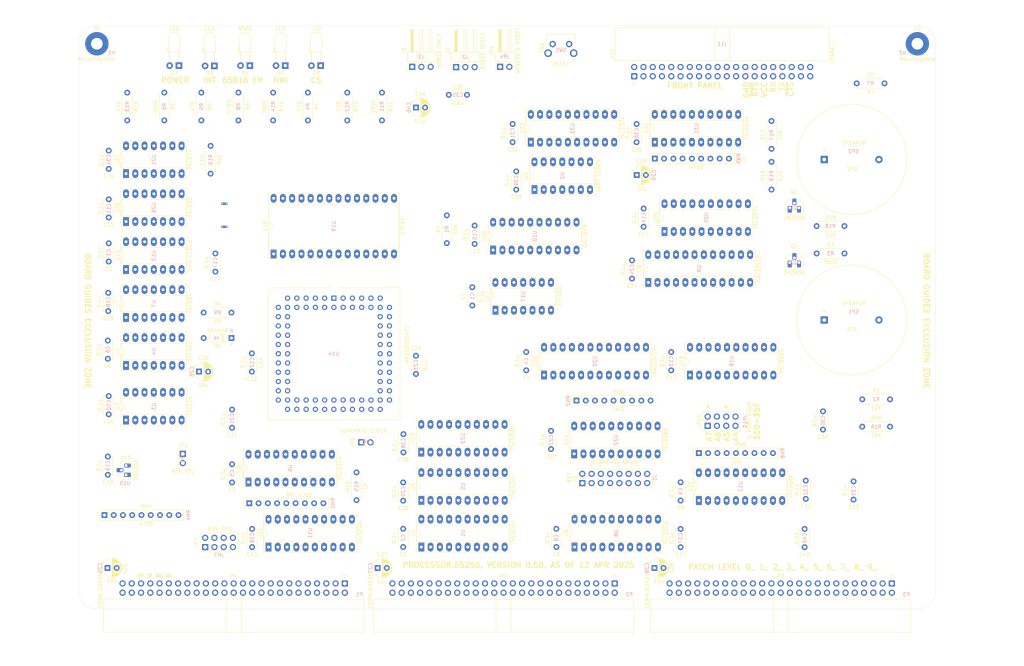
<source format=kicad_pcb>
(kicad_pcb (version 20211014) (generator pcbnew)
  (title_block (title "DUODYNE 65256 PROCESSOR") (date "2025-04-12") (rev "v0.50"))
  (layers (0 "F.Cu" signal) (31 "B.Cu" signal) (34 "B.Paste" user) (35 "F.Paste" user) (36 "B.SilkS" user "B.Silkscreen") (37 "F.SilkS" user "F.Silkscreen") (38 "B.Mask" user) (39 "F.Mask" user) (44 "Edge.Cuts" user))
  (net 0 "")
  (net 1 "GND")
  (net 2 "VCC")
  (net 3 "Net-(D2-Pad1)")
  (net 4 "Net-(D4-Pad2)")
  (net 7 "Net-(Q1-Pad2)")
  (net 8 "Net-(Q1-Pad3)")
  (net 9 "Net-(D2-Pad2)")
  (net 10 "~{WAIT}")
  (net 11 "~{INT0}")
  (net 12 "~{TEND1}")
  (net 13 "~{TEND0}")
  (net 14 "~{DREQ1}")
  (net 15 "~{DREQ0}")
  (net 16 "Net-(D3-Pad1)")
  (net 17 "-12V")
  (net 18 "Net-(D3-Pad2)")
  (net 19 "Net-(D6-Pad2)")
  (net 20 "~{BUSRQ}")
  (net 21 "/bus/CRUCLK")
  (net 22 "~{NMI}")
  (net 23 "CLK")
  (net 24 "Net-(U13-Pad11)")
  (net 25 "~{M1}")
  (net 26 "~{MREQ}")
  (net 27 "~{IORQ}")
  (net 28 "~{WR}")
  (net 29 "~{RD}")
  (net 30 "A0")
  (net 31 "A1")
  (net 32 "A2")
  (net 33 "A3")
  (net 34 "A4")
  (net 35 "A5")
  (net 36 "A6")
  (net 37 "A7")
  (net 38 "A8")
  (net 39 "A9")
  (net 40 "A10")
  (net 41 "A11")
  (net 42 "A12")
  (net 43 "A13")
  (net 44 "A14")
  (net 45 "A15")
  (net 46 "+12V")
  (net 47 "D0")
  (net 48 "D1")
  (net 49 "D2")
  (net 50 "D3")
  (net 51 "D4")
  (net 52 "D5")
  (net 53 "D6")
  (net 54 "D7")
  (net 55 "Net-(Q2-Pad2)")
  (net 56 "Net-(D7-Pad2)")
  (net 57 "Net-(Q2-Pad3)")
  (net 58 "Net-(D9-Pad2)")
  (net 59 "TONEGEN0")
  (net 60 "TONEGEN1")
  (net 61 "ONE")
  (net 62 "ZERO")
  (net 63 "Net-(D9-Pad1)")
  (net 64 "Net-(R9-Pad1)")
  (net 65 "Net-(R16-Pad1)")
  (net 66 "Net-(R17-Pad1)")
  (net 67 "Net-(JP7-Pad7)")
  (net 68 "Net-(JP7-Pad5)")
  (net 69 "Net-(JP7-Pad3)")
  (net 70 "Net-(JP7-Pad1)")
  (net 72 "Net-(J11-Pad19)")
  (net 73 "Net-(J11-Pad17)")
  (net 74 "Net-(J11-Pad15)")
  (net 75 "TIMER-CLK")
  (net 80 "~{CPU-IORQ}")
  (net 83 "CPU-R~{W}")
  (net 84 "CPU-A1")
  (net 85 "CPU-A0")
  (net 87 "~{CPU-WAIT}")
  (net 88 "~{CPU-M1}")
  (net 89 "~{CPU-WR}")
  (net 90 "~{CPU-RD}")
  (net 91 "~{CPU-MREQ}")
  (net 92 "Net-(U14-Pad47)")
  (net 93 "DATA-DIR")
  (net 95 "~{FP-LATCH-RD}")
  (net 97 "FP-LATCH-WR")
  (net 99 "bCLK")
  (net 100 "/bus/~{RFSH}")
  (net 101 "/bus/~{EIRQ7}")
  (net 102 "/bus/~{EIRQ6}")
  (net 103 "/fpanel/FP-D7")
  (net 104 "/fpanel/FP-D6")
  (net 105 "/fpanel/FP-D5")
  (net 106 "/fpanel/FP-D4")
  (net 107 "/fpanel/FP-D3")
  (net 108 "/fpanel/FP-D2")
  (net 109 "/fpanel/FP-D1")
  (net 110 "/fpanel/FP-D0")
  (net 111 "CPU-A3")
  (net 112 "CPU-A4")
  (net 113 "CPU-A2")
  (net 114 "CPU-A5")
  (net 115 "CPU-A6")
  (net 116 "CPU-A7")
  (net 117 "/bus/~{EIRQ5}")
  (net 118 "CPU-A11")
  (net 119 "CPU-A12")
  (net 120 "CPU-A10")
  (net 121 "CPU-A13")
  (net 122 "CPU-A9")
  (net 123 "CPU-A14")
  (net 124 "CPU-A8")
  (net 125 "CPU-A15")
  (net 126 "~{CPU-NMI}")
  (net 127 "~{CPU-INT}")
  (net 129 "CPU-D1")
  (net 130 "CPU-D7")
  (net 131 "CPU-D6")
  (net 132 "CPU-D3")
  (net 133 "CPU-D0")
  (net 134 "CPU-D2")
  (net 135 "CPU-D5")
  (net 136 "CPU-D4")
  (net 137 "Net-(JP10-Pad8)")
  (net 138 "Net-(JP10-Pad6)")
  (net 139 "Net-(JP10-Pad4)")
  (net 140 "Net-(JP10-Pad2)")
  (net 141 "A16")
  (net 142 "A17")
  (net 143 "A18")
  (net 144 "A19")
  (net 145 "A20")
  (net 146 "A21")
  (net 147 "/bus/~{EIRQ4}")
  (net 148 "/bus/~{EIRQ3}")
  (net 149 "Net-(P1-Pad40)")
  (net 150 "/bus/~{EIRQ2}")
  (net 151 "/bus/~{EIRQ1}")
  (net 152 "Net-(P1-Pad44)")
  (net 153 "/bus/~{EIRQ0}")
  (net 154 "A23")
  (net 155 "A22")
  (net 159 "CPU-A21")
  (net 160 "Net-(RN8-Pad6)")
  (net 161 "~{CS_IO}")
  (net 163 "Net-(U10-Pad6)")
  (net 166 "CPU-A16")
  (net 167 "CPU-A17")
  (net 169 "CPU-A18")
  (net 170 "CPU-A19")
  (net 171 "CPU-A22")
  (net 172 "CPU-A20")
  (net 173 "/bus/E")
  (net 174 "/bus/ST")
  (net 175 "/bus/PHI")
  (net 176 "/bus/~{INT2}")
  (net 177 "/bus/~{INT1}")
  (net 178 "~{RES_IN}")
  (net 179 "/bus/CRUOUT")
  (net 180 "/bus/CRUIN")
  (net 181 "~{RES_OUT}")
  (net 182 "/bus/USER8")
  (net 183 "/bus/USER7")
  (net 184 "/bus/USER6")
  (net 185 "/bus/USER5")
  (net 186 "/bus/USER4")
  (net 187 "/bus/USER3")
  (net 188 "/bus/USER2")
  (net 189 "/bus/USER1")
  (net 190 "/bus/USER0")
  (net 191 "~{ONBOARD_ROM}")
  (net 192 "I2C_SDA")
  (net 193 "/bus/A31")
  (net 194 "/bus/A30")
  (net 195 "/bus/A29")
  (net 196 "/bus/A28")
  (net 197 "/bus/A27")
  (net 198 "/bus/A26")
  (net 199 "/bus/A25")
  (net 200 "/bus/A24")
  (net 201 "~{OFFBOARD_MEM}")
  (net 202 "/bus/IC3")
  (net 203 "/bus/IC2")
  (net 204 "/bus/IC1")
  (net 205 "/bus/IC0")
  (net 206 "/bus/AUXCLK1")
  (net 207 "/bus/AUXCLK0")
  (net 208 "/bus/D15")
  (net 209 "/bus/D31")
  (net 210 "/bus/D14")
  (net 211 "/bus/D30")
  (net 212 "/bus/D13")
  (net 213 "/bus/D29")
  (net 214 "/bus/D12")
  (net 215 "/bus/D28")
  (net 216 "/bus/D11")
  (net 217 "/bus/D27")
  (net 218 "/bus/D10")
  (net 219 "/bus/D26")
  (net 220 "/bus/D9")
  (net 221 "/bus/D25")
  (net 222 "/bus/D8")
  (net 223 "/bus/D24")
  (net 224 "/bus/D23")
  (net 225 "/bus/D22")
  (net 226 "/bus/D21")
  (net 227 "/bus/D20")
  (net 228 "/bus/D19")
  (net 229 "/bus/D18")
  (net 230 "/bus/D17")
  (net 231 "/bus/D16")
  (net 232 "/bus/~{BUSERR}")
  (net 233 "/bus/UDS")
  (net 234 "/bus/~{VPA}")
  (net 235 "/bus/LDS")
  (net 236 "/bus/~{VMA}")
  (net 237 "/bus/S2")
  (net 238 "/bus/~{BHE}")
  (net 239 "/bus/S1")
  (net 240 "/bus/IPL2")
  (net 241 "/bus/S0")
  (net 242 "/bus/IPL1")
  (net 243 "/bus/AUXCLK3")
  (net 244 "/bus/IPL0")
  (net 245 "/bus/AUXCLK2")
  (net 246 "I2C_SCL")
  (net 258 "Net-(D4-Pad1)")
  (net 259 "65816RST")
  (net 260 "CPU-A23")
  (net 265 "Net-(J1-Pad2)")
  (net 277 "Net-(R10-Pad1)")
  (net 278 "RX")
  (net 279 "TX")
  (net 280 "~{EXT_RES}")
  (net 281 "Net-(J11-Pad5)")
  (net 282 "Net-(J11-Pad7)")
  (net 283 "Net-(J11-Pad9)")
  (net 284 "Net-(J11-Pad11)")
  (net 285 "Net-(J11-Pad13)")
  (net 286 "Net-(J1-Pad4)")
  (net 287 "Net-(J1-Pad6)")
  (net 288 "Net-(J1-Pad8)")
  (net 289 "65816EN")
  (net 290 "~{65816EN}")
  (net 291 "~{65816ACTIVE}")
  (net 292 "65TOGGLE")
  (net 293 "~{CS_I2C_WR}")
  (net 294 "Net-(JP3-Pad1)")
  (net 296 "Net-(U25-Pad2)")
  (net 297 "/bus/~{BUSACK}")
  (net 298 "/bus/~{HALT}")
  (net 301 "Net-(J1-Pad10)")
  (net 302 "Net-(J1-Pad12)")
  (net 303 "Net-(J1-Pad14)")
  (net 304 "Net-(J1-Pad16)")
  (net 305 "Net-(U22-Pad19)")
  (net 310 "~{ENABLEINT}")
  (net 311 "HIMEM")
  (net 315 "OPTION_LATCH")
  (net 316 "O_1")
  (net 317 "O_2")
  (net 318 "O_3")
  (net 319 "O_4")
  (net 320 "O_5")
  (net 321 "O_6")
  (net 324 "Net-(U26-Pad4)")
  (net 326 "Net-(U26-Pad10)")
  (net 392 "~{CS_I2C}")
  (net 393 "Net-(U20-Pad13)")
  (footprint "Connector_IDC:IDC-Header_2x25_P2.54mm_Horizontal" (layer "F.Cu") (at 108 223 -90)
    (fp_text reference "P1")
    (fp_text value "CONN_02X25")
  )
  (footprint "Capacitor_THT:C_Disc_D5.0mm_W2.5mm_P5.00mm" (layer "F.Cu") (at 124 208 -90)
    (fp_text reference "C2")
    (fp_text value "0.1u")
  )
  (footprint "Capacitor_THT:C_Disc_D5.0mm_W2.5mm_P5.00mm" (layer "F.Cu") (at 43.255 129.71 -90)
    (fp_text reference "C3")
    (fp_text value "0.1u")
  )
  (footprint "Capacitor_THT:C_Disc_D5.0mm_W2.5mm_P5.00mm" (layer "F.Cu") (at 157.75 159.55 -90)
    (fp_text reference "C4")
    (fp_text value "0.1u")
  )
  (footprint "Capacitor_THT:C_Disc_D5.0mm_W2.5mm_P5.00mm" (layer "F.Cu") (at 77.075 190.3 -90)
    (fp_text reference "C5")
    (fp_text value "0.1u")
  )
  (footprint "Capacitor_THT:C_Disc_D5.0mm_W2.5mm_P5.00mm" (layer "F.Cu") (at 43 156.38 -90)
    (fp_text reference "C6")
    (fp_text value "0.1u")
  )
  (footprint "Capacitor_THT:C_Disc_D5.0mm_W2.5mm_P5.00mm" (layer "F.Cu") (at 166 208 -90)
    (fp_text reference "C8")
    (fp_text value "0.1u")
  )
  (footprint "Capacitor_THT:C_Disc_D5.0mm_W2.5mm_P5.00mm" (layer "F.Cu") (at 200.075 195.25 -90)
    (fp_text reference "C9")
    (fp_text value "0.1u")
  )
  (footprint "Capacitor_THT:C_Disc_D5.0mm_W2.5mm_P5.00mm" (layer "F.Cu") (at 43.255 171.62 -90)
    (fp_text reference "C10")
    (fp_text value "0.1u")
  )
  (footprint "Capacitor_THT:C_Disc_D5.0mm_W2.5mm_P5.00mm" (layer "F.Cu") (at 43.255 117.645 -90)
    (fp_text reference "C11")
    (fp_text value "0.1u")
  )
  (footprint "Capacitor_THT:C_Disc_D5.0mm_W2.5mm_P5.00mm" (layer "F.Cu") (at 189.94 120.185 -90)
    (fp_text reference "C14")
    (fp_text value "0.1u")
  )
  (footprint "Capacitor_THT:C_Disc_D5.0mm_W2.5mm_P5.00mm" (layer "F.Cu") (at 143.6 124.875 -90)
    (fp_text reference "C15")
    (fp_text value "0.1u")
  )
  (footprint "Capacitor_THT:CP_Radial_D5.0mm_P2.50mm" (layer "F.Cu") (at 42.9296 218.75)
    (fp_text reference "C25")
    (fp_text value "10u")
  )
  (footprint "Capacitor_THT:CP_Radial_D5.0mm_P2.50mm" (layer "F.Cu") (at 68.0199 164.9)
    (fp_text reference "C26")
    (fp_text value "10u")
  )
  (footprint "Capacitor_THT:C_Disc_D5.0mm_W2.5mm_P5.00mm" (layer "F.Cu") (at 72.5 132.5 -90)
    (fp_text reference "C17")
    (fp_text value "0.1u")
  )
  (footprint "Capacitor_THT:C_Disc_D5.0mm_W2.5mm_P5.00mm" (layer "F.Cu") (at 124 195.3 -90)
    (fp_text reference "C20")
    (fp_text value "0.1u")
  )
  (footprint "Capacitor_THT:C_Disc_D5.0mm_W2.5mm_P5.00mm" (layer "F.Cu") (at 77.075 175.3 -90)
    (fp_text reference "C21")
    (fp_text value "0.1u")
  )
  (footprint "Capacitor_THT:C_Disc_D5.0mm_W2.5mm_P5.00mm" (layer "F.Cu") (at 164.54 181.145 -90)
    (fp_text reference "C22")
    (fp_text value "0.1u")
  )
  (footprint "Capacitor_THT:C_Disc_D5.0mm_W2.5mm_P5.00mm" (layer "F.Cu") (at 127.5 165.55 90)
    (fp_text reference "C23")
    (fp_text value "0.1u")
  )
  (footprint "Capacitor_THT:CP_Radial_D5.0mm_P2.50mm" (layer "F.Cu") (at 117 218.75)
    (fp_text reference "C27")
    (fp_text value "10u")
  )
  (footprint "Capacitor_THT:CP_Radial_D5.0mm_P2.50mm" (layer "F.Cu") (at 192.8847 218.75)
    (fp_text reference "C28")
    (fp_text value "10u")
  )
  (footprint "Capacitor_THT:CP_Radial_D5.0mm_P2.50mm" (layer "F.Cu") (at 188.0449 111)
    (fp_text reference "C29")
    (fp_text value "22u")
  )
  (footprint "LED_THT:LED_D3.0mm_Horizontal_O3.81mm_Z2.0mm" (layer "F.Cu") (at 81.94 81 180)
    (fp_text reference "D4")
    (fp_text value "6502")
  )
  (footprint "Diode_THT:D_DO-35_SOD27_P7.62mm_Horizontal" (layer "F.Cu") (at 76.91 155.705 180)
    (fp_text reference "D6")
    (fp_text value "1N4148")
  )
  (footprint "LED_THT:LED_D3.0mm_Horizontal_O3.81mm_Z2.0mm" (layer "F.Cu") (at 91.66 81 180)
    (fp_text reference "D2")
    (fp_text value "LED")
  )
  (footprint "Resistor_THT:R_Axial_DIN0207_L6.3mm_D2.5mm_P7.62mm_Horizontal" (layer "F.Cu") (at 68.655 88.395 -90)
    (fp_text reference "R5")
    (fp_text value "470")
  )
  (footprint "Resistor_THT:R_Axial_DIN0207_L6.3mm_D2.5mm_P7.62mm_Horizontal" (layer "F.Cu") (at 58.495 88.395 -90)
    (fp_text reference "R6")
    (fp_text value "3600")
  )
  (footprint "Package_DIP:DIP-14_W7.62mm_Socket_LongPads" (layer "F.Cu") (at 48 163.2 90)
    (fp_text reference "U4")
    (fp_text value "74LS07")
  )
  (footprint "Package_DIP:DIP-20_W7.62mm_Socket_LongPads" (layer "F.Cu") (at 128.975 200.2 90)
    (fp_text reference "U5")
    (fp_text value "74LS244")
  )
  (footprint "Package_DIP:DIP-20_W7.62mm_Socket_LongPads" (layer "F.Cu") (at 81.575 195.2 90)
    (fp_text reference "U6")
    (fp_text value "74LS244")
  )
  (footprint "Package_DIP:DIP-20_W7.62mm_Socket_LongPads" (layer "F.Cu") (at 171 213 90)
    (fp_text reference "U8")
    (fp_text value "74LS245")
  )
  (footprint "Package_TO_SOT_THT:TO-92L_HandSolder" (layer "F.Cu") (at 48 193.2 90)
    (fp_text reference "U15")
    (fp_text value "DS1233")
  )
  (footprint "Package_DIP:DIP-20_W7.62mm_Socket_LongPads" (layer "F.Cu") (at 128.975 213 90)
    (fp_text reference "U1")
    (fp_text value "74LS244")
  )
  (footprint "Connector_IDC:IDC-Header_2x25_P2.54mm_Horizontal" (layer "F.Cu") (at 182 223 -90)
    (fp_text reference "P2")
    (fp_text value "CONN_02X25")
  )
  (footprint "MountingHole:MountingHole_3.2mm_M3_Pad" (layer "F.Cu") (at 265 75)
    (fp_text reference "H2")
    (fp_text value "MountingHole")
  )
  (footprint "Resistor_THT:R_Array_SIP9" (layer "F.Cu") (at 81.8 201)
    (fp_text reference "RN1")
    (fp_text value "4700")
  )
  (footprint "Package_DIP:DIP-20_W7.62mm_Socket_LongPads" (layer "F.Cu") (at 87.075 213.025 90)
    (fp_text reference "U11")
    (fp_text value "74LS244")
  )
  (footprint "Capacitor_THT:C_Disc_D5.0mm_W2.5mm_P5.00mm" (layer "F.Cu") (at 43 188.2 -90)
    (fp_text reference "C19")
    (fp_text value "0.1u")
  )
  (footprint "Capacitor_THT:C_Disc_D5.0mm_W2.5mm_P5.00mm" (layer "F.Cu") (at 43.125 143.3 -90)
    (fp_text reference "C18")
    (fp_text value "0.1u")
  )
  (footprint "Capacitor_THT:C_Disc_D5.0mm_W2.5mm_P5.00mm" (layer "F.Cu") (at 82.5 159.91 -90)
    (fp_text reference "C12")
    (fp_text value "0.1u")
  )
  (footprint "Capacitor_THT:C_Disc_D5.0mm_W2.5mm_P5.00mm" (layer "F.Cu") (at 82.575 208.025 -90)
    (fp_text reference "C16")
    (fp_text value "0.1u")
  )
  (footprint "Package_DIP:DIP-14_W7.62mm_Socket_LongPads" (layer "F.Cu") (at 48 178.2 90)
    (fp_text reference "U3")
    (fp_text value "74LS14")
  )
  (footprint "MountingHole:MountingHole_3.2mm_M3_Pad" (layer "F.Cu") (at 40 75)
    (fp_text reference "H1")
    (fp_text value "MountingHole")
  )
  (footprint "LED_THT:LED_D3.0mm_Horizontal_O3.81mm_Z2.0mm" (layer "F.Cu") (at 62.5 81 180)
    (fp_text reference "D7")
    (fp_text value "LED")
  )
  (footprint "Connector_IDC:IDC-Header_2x25_P2.54mm_Horizontal" (layer "F.Cu") (at 258 223 -90)
    (fp_text reference "P3")
    (fp_text value "CONN_02X25")
  )
  (footprint "Package_DIP:DIP-14_W7.62mm_Socket_LongPads" (layer "F.Cu") (at 48 136.905 90)
    (fp_text reference "U13")
    (fp_text value "CPU CLOCK")
  )
  (footprint "Capacitor_THT:C_Disc_D5.0mm_W2.5mm_P5.00mm" (layer "F.Cu") (at 188 97 -90)
    (fp_text reference "C36")
    (fp_text value "0.1u")
  )
  (footprint "Capacitor_THT:C_Disc_D5.0mm_W2.5mm_P5.00mm" (layer "F.Cu") (at 124.075 182.05 -90)
    (fp_text reference "C38")
    (fp_text value "0.1u")
  )
  (footprint "Capacitor_THT:CP_Radial_D5.0mm_P2.50mm" (layer "F.Cu") (at 127.5 92.5)
    (fp_text reference "C46")
    (fp_text value "47uF")
  )
  (footprint "Package_DIP:DIP-28_W15.24mm_Socket_LongPads" (layer "F.Cu") (at 88.475 132.625 90)
    (fp_text reference "U19")
    (fp_text value "27C64")
  )
  (footprint "Package_DIP:DIP-14_W7.62mm_Socket_LongPads" (layer "F.Cu") (at 48 150.0525 90)
    (fp_text reference "U7")
    (fp_text value "74LS04")
  )
  (footprint "LED_THT:LED_D3.0mm_Horizontal_O3.81mm_Z2.0mm" (layer "F.Cu") (at 101.38 81 180)
    (fp_text reference "D9")
    (fp_text value "LED")
  )
  (footprint "Connector_PinHeader_2.54mm:PinHeader_2x04_P2.54mm_Vertical" (layer "F.Cu") (at 69.7 213.025 90)
    (fp_text reference "JP7")
    (fp_text value "BUS CPU")
  )
  (footprint "Resistor_THT:R_Array_SIP9" (layer "F.Cu") (at 42.075 204.25)
    (fp_text reference "RN4")
    (fp_text value "4700")
  )
  (footprint "Connector_IDC:IDC-Header_2x20_P2.54mm_Horizontal" (layer "F.Cu") (at 187.35 83.9175 90)
    (fp_text reference "J11")
    (fp_text value "FPANEL")
  )
  (footprint "Resistor_THT:R_Array_SIP9" (layer "F.Cu") (at 193 106.5)
    (fp_text reference "RN5")
    (fp_text value "4700")
  )
  (footprint "Package_DIP:DIP-20_W7.62mm_Socket_LongPads" (layer "F.Cu") (at 193 102 90)
    (fp_text reference "U31")
    (fp_text value "74LS244")
  )
  (footprint "Package_DIP:DIP-20_W7.62mm_Socket_LongPads" (layer "F.Cu") (at 159 102 90)
    (fp_text reference "U33")
    (fp_text value "74LS374")
  )
  (footprint "Package_DIP:DIP-24_W7.62mm_Socket_LongPads" (layer "F.Cu") (at 162.63 165.855 90)
    (fp_text reference "U20")
    (fp_text value "GAL22V10")
  )
  (footprint "Capacitor_THT:C_Disc_D5.0mm_W2.5mm_P5.00mm" (layer "F.Cu") (at 200.075 208.05 -90)
    (fp_text reference "C37")
    (fp_text value "0.1u")
  )
  (footprint "Connector_PinHeader_2.54mm:PinHeader_2x04_P2.54mm_Vertical" (layer "F.Cu") (at 207.5 179.775 90)
    (fp_text reference "JP10")
    (fp_text value "IO PORT ADDR")
  )
  (footprint "Resistor_THT:R_Array_SIP9" (layer "F.Cu") (at 205.075 187.25)
    (fp_text reference "RN8")
    (fp_text value "10K")
  )
  (footprint "Package_DIP:DIP-24_W7.62mm_Socket_LongPads" (layer "F.Cu") (at 191.205 140.455 90)
    (fp_text reference "U9")
    (fp_text value "GAL22V10")
  )
  (footprint "Package_DIP:DIP-20_W7.62mm_Socket_LongPads" (layer "F.Cu") (at 148.67 131.565 90)
    (fp_text reference "U10")
    (fp_text value "GAL16V8")
  )
  (footprint "Package_DIP:DIP-20_W7.62mm_Socket_LongPads" (layer "F.Cu") (at 205.075 200.25 90)
    (fp_text reference "U12")
    (fp_text value "74LS688")
  )
  (footprint "Package_DIP:DIP-20_W7.62mm_Socket_LongPads" (layer "F.Cu") (at 128.95 187 90)
    (fp_text reference "U23")
    (fp_text value "74LS244")
  )
  (footprint "Capacitor_THT:C_Disc_D5.0mm_W2.5mm_P5.00mm" (layer "F.Cu") (at 239.125 175.8 -90)
    (fp_text reference "C30")
    (fp_text value "0.1u")
  )
  (footprint "Capacitor_THT:C_Disc_D5.0mm_W2.5mm_P5.00mm" (layer "F.Cu") (at 154 97 -90)
    (fp_text reference "C31")
    (fp_text value "0.1u")
  )
  (footprint "Capacitor_THT:C_Disc_D5.0mm_W2.5mm_P5.00mm" (layer "F.Cu") (at 234.39 194.8 -90)
    (fp_text reference "C32")
    (fp_text value "0.1u")
  )
  (footprint "Capacitor_THT:C_Disc_D5.0mm_W2.5mm_P5.00mm" (layer "F.Cu") (at 247.5 195 -90)
    (fp_text reference "C33")
    (fp_text value "0.1u")
  )
  (footprint "Capacitor_THT:C_Disc_D5.0mm_W2.5mm_P5.00mm" (layer "F.Cu") (at 43.255 104.31 -90)
    (fp_text reference "C34")
    (fp_text value "0.1u")
  )
  (footprint "Capacitor_THT:C_Disc_D5.0mm_W2.5mm_P5.00mm" (layer "F.Cu") (at 136.5 89)
    (fp_text reference "C35")
    (fp_text value "0.1u")
  )
  (footprint "Package_LCC:PLCC-84_THT-Socket" (layer "F.Cu") (at 105 144.76)
    (fp_text reference "U14")
    (fp_text value "W65C265SxPL")
  )
  (footprint "Package_DIP:DIP-14_W7.62mm_Socket_LongPads" (layer "F.Cu") (at 160 115 90)
    (fp_text reference "U2")
    (fp_text value "UART CLOCK")
  )
  (footprint "LED_THT:LED_D3.0mm_Horizontal_O3.81mm_Z2.0mm" (layer "F.Cu") (at 72.22 81.065 180)
    (fp_text reference "D3")
    (fp_text value "LED")
  )
  (footprint "Resistor_THT:R_Axial_DIN0207_L6.3mm_D2.5mm_P7.62mm_Horizontal" (layer "F.Cu") (at 97.865 88.395 -90)
    (fp_text reference "R4")
    (fp_text value "470")
  )
  (footprint "Button_Switch_THT:SW_Tactile_SPST_Angled_PTS645Vx58-2LFS" (layer "F.Cu") (at 165 75.0875)
    (fp_text reference "SW1")
    (fp_text value "RESET")
  )
  (footprint "Capacitor_THT:C_Disc_D5.0mm_W2.5mm_P5.00mm" (layer "F.Cu") (at 155 110 -90)
    (fp_text reference "C39")
    (fp_text value "0.1u")
  )
  (footprint "Resistor_THT:R_Axial_DIN0207_L6.3mm_D2.5mm_P7.62mm_Horizontal" (layer "F.Cu") (at 135.965 129.67 90)
    (fp_text reference "R1")
    (fp_text value "10K")
  )
  (footprint "Package_DIP:DIP-20_W7.62mm_Socket_LongPads" (layer "F.Cu") (at 202.64 165.865 90)
    (fp_text reference "U18")
    (fp_text value "PCF8584")
  )
  (footprint "Capacitor_THT:C_Disc_D5.0mm_W2.5mm_P5.00mm" (layer "F.Cu") (at 197.5 159.55 -90)
    (fp_text reference "C13")
    (fp_text value "0.1u")
  )
  (footprint "Capacitor_THT:C_Disc_D5.0mm_W2.5mm_P5.00mm" (layer "F.Cu") (at 186.75 134.4 -90)
    (fp_text reference "C24")
    (fp_text value "0.1u")
  )
  (footprint "NetTie:NetTie-2_THT_Pad0.3mm" (layer "F.Cu") (at 74.37 118.875)
    (fp_text reference "NT3")
    (fp_text value "NetTie_2")
  )
  (footprint "Resistor_THT:R_Axial_DIN0207_L6.3mm_D2.5mm_P7.62mm_Horizontal" (layer "F.Cu") (at 78.815 96.015 90)
    (fp_text reference "R8")
    (fp_text value "470Ω")
  )
  (footprint "Connector_PinHeader_2.54mm:PinHeader_1x02_P2.54mm_Horizontal" (layer "F.Cu") (at 150.565 81.34 90)
    (fp_text reference "JP4")
    (fp_text value "GENERATE RESET")
  )
  (footprint "Connector_PinHeader_2.54mm:PinHeader_1x02_P2.54mm_Vertical" (layer "F.Cu") (at 112.5 184.3 90)
    (fp_text reference "JP3")
    (fp_text value "GENERATE CLOCK")
  )
  (footprint "NetTie:NetTie-2_THT_Pad0.3mm" (layer "F.Cu") (at 74.37 125.225)
    (fp_text reference "NT4")
    (fp_text value "NetTie_2")
  )
  (footprint "Package_DIP:DIP-20_W7.62mm_Socket_LongPads" (layer "F.Cu") (at 170.895 187.445 90)
    (fp_text reference "U22")
    (fp_text value "74LS688")
  )
  (footprint "Resistor_THT:R_Axial_DIN0207_L6.3mm_D2.5mm_P7.62mm_Horizontal" (layer "F.Cu") (at 108.66 88.395 -90)
    (fp_text reference "R12")
    (fp_text value "470")
  )
  (footprint "Resistor_THT:R_Axial_DIN0207_L6.3mm_D2.5mm_P7.62mm_Horizontal" (layer "F.Cu") (at 225 115 90)
    (fp_text reference "R19")
    (fp_text value "120")
  )
  (footprint "Connector_PinHeader_2.54mm:PinHeader_1x02_P2.54mm_Vertical" (layer "F.Cu") (at 63.575 187.455)
    (fp_text reference "JP1")
    (fp_text value "RES SEL")
  )
  (footprint "Resistor_THT:R_Axial_DIN0207_L6.3mm_D2.5mm_P7.62mm_Horizontal" (layer "F.Cu") (at 225 103.81 90)
    (fp_text reference "R17")
    (fp_text value "10K")
  )
  (footprint "Resistor_THT:R_Axial_DIN0207_L6.3mm_D2.5mm_P7.62mm_Horizontal" (layer "F.Cu") (at 237.38 132.5)
    (fp_text reference "R3")
    (fp_text value "3600")
  )
  (footprint "Package_DIP:DIP-14_W7.62mm_Socket_LongPads" (layer "F.Cu") (at 48 123.7575 90)
    (fp_text reference "U26")
    (fp_text value "74LS32")
  )
  (footprint "Resistor_THT:R_Axial_DIN0207_L6.3mm_D2.5mm_P7.62mm_Horizontal" (layer "F.Cu") (at 237.38 125)
    (fp_text reference "R18")
    (fp_text value "120")
  )
  (footprint "Connector_PinHeader_2.54mm:PinHeader_1x03_P2.54mm_Horizontal" (layer "F.Cu") (at 126.455 81.34 90)
    (fp_text reference "J3")
    (fp_text value "65816 ONLY")
  )
  (footprint "Package_DIP:DIP-14_W7.62mm_Socket_LongPads" (layer "F.Cu") (at 149.295 148.075 90)
    (fp_text reference "U17")
    (fp_text value "74LS00")
  )
  (footprint "Connector_PinHeader_2.54mm:PinHeader_2x08_P2.54mm_Vertical" (layer "F.Cu") (at 173.125 195.475 90)
    (fp_text reference "J1")
    (fp_text value "IO Address Select")
  )
  (footprint "Resistor_THT:R_Axial_DIN0207_L6.3mm_D2.5mm_P7.62mm_Horizontal" (layer "F.Cu") (at 118.185 88.395 -90)
    (fp_text reference "R11")
    (fp_text value "1800")
  )
  (footprint "Capacitor_THT:C_Disc_D5.0mm_W2.5mm_P5.00mm" (layer "F.Cu") (at 234.075 208.05 -90)
    (fp_text reference "C40")
    (fp_text value "0.1u")
  )
  (footprint "Resistor_THT:R_Axial_DIN0207_L6.3mm_D2.5mm_P7.62mm_Horizontal" (layer "F.Cu") (at 71.195 103 -90)
    (fp_text reference "R10")
    (fp_text value "1KΩ")
  )
  (footprint "CUSTOM:JAMECO SPEAKER" (layer "F.Cu") (at 247.5 105)
    (fp_text reference "SP2")
    (fp_text value "SPEAKER")
  )
  (footprint "Resistor_THT:R_Axial_DIN0207_L6.3mm_D2.5mm_P7.62mm_Horizontal" (layer "F.Cu") (at 255.98 85.855 180)
    (fp_text reference "R7")
    (fp_text value "10")
  )
  (footprint "Resistor_THT:R_Axial_DIN0207_L6.3mm_D2.5mm_P7.62mm_Horizontal" (layer "F.Cu") (at 88.34 88.395 -90)
    (fp_text reference "R14")
    (fp_text value "1800")
  )
  (footprint "Resistor_THT:R_Axial_DIN0207_L6.3mm_D2.5mm_P7.62mm_Horizontal" (layer "F.Cu") (at 249.88 172.5)
    (fp_text reference "R2")
    (fp_text value "10K")
  )
  (footprint "Package_TO_SOT_THT:TO-92_HandSolder" (layer "F.Cu") (at 230 120)
    (fp_text reference "Q1")
    (fp_text value "2N3906")
  )
  (footprint "Resistor_THT:R_Axial_DIN0207_L6.3mm_D2.5mm_P7.62mm_Horizontal" (layer "F.Cu") (at 76.91 148.72 180)
    (fp_text reference "R9")
    (fp_text value "3K")
  )
  (footprint "Resistor_THT:R_Axial_DIN0207_L6.3mm_D2.5mm_P7.62mm_Horizontal" (layer "F.Cu") (at 111.2 200.155 90)
    (fp_text reference "R15")
    (fp_text value "1K")
  )
  (footprint "CUSTOM:JAMECO SPEAKER" (layer "F.Cu") (at 247.5 149)
    (fp_text reference "SP1")
    (fp_text value "SPEAKER")
  )
  (footprint "Resistor_THT:R_Axial_DIN0207_L6.3mm_D2.5mm_P7.62mm_Horizontal" (layer "F.Cu") (at 48.335 88.395 -90)
    (fp_text reference "R13")
    (fp_text value "470")
  )
  (footprint "Resistor_THT:R_Axial_DIN0207_L6.3mm_D2.5mm_P7.62mm_Horizontal" (layer "F.Cu") (at 249.88 180)
    (fp_text reference "R16")
    (fp_text value "10K")
  )
  (footprint "Package_DIP:DIP-20_W7.62mm_Socket_LongPads" (layer "F.Cu") (at 195.66 126.485 90)
    (fp_text reference "U25")
    (fp_text value "74LS374")
  )
  (footprint "Resistor_THT:R_Array_SIP9" (layer "F.Cu") (at 171.525 172.85)
    (fp_text reference "RN2")
    (fp_text value "1KΩ")
  )
  (footprint "Capacitor_THT:C_Disc_D5.0mm_W2.5mm_P5.00mm" (layer "F.Cu") (at 142.95 146.775 90)
    (fp_text reference "C1")
    (fp_text value "0.1u")
  )
  (footprint "Package_DIP:DIP-14_W7.62mm_Socket_LongPads" (layer "F.Cu") (at 48 110.61 90)
    (fp_text reference "U21")
    (fp_text value "74LS74")
  )
  (footprint "Connector_PinHeader_2.54mm:PinHeader_1x03_P2.54mm_Horizontal" (layer "F.Cu") (at 138.505 81.41 90)
    (fp_text reference "J2")
    (fp_text value "65816 RESET")
  )
  (footprint "Package_TO_SOT_THT:TO-92_HandSolder" (layer "F.Cu") (at 230 135)
    (fp_text reference "Q2")
    (fp_text value "2N3906")
  )
  (gr_line (start 35 75) (end 35 225) (layer "Edge.Cuts") (width 0.05))
  (gr_line (start 40 230) (end 265 230) (layer "Edge.Cuts") (width 0.05))
  (gr_line (start 270 225) (end 270 75) (layer "Edge.Cuts") (width 0.05))
  (gr_line (start 265 70) (end 40 70) (layer "Edge.Cuts") (width 0.05))
  (gr_arc (start 270 225) (mid 268.535534 228.535534) (end 265 230) (layer "Edge.Cuts") (width 0.05))
  (gr_arc (start 40 230) (mid 36.464466 228.535534) (end 35 225) (layer "Edge.Cuts") (width 0.05))
  (gr_arc (start 35 75) (mid 36.464466 71.464466) (end 40 70) (layer "Edge.Cuts") (width 0.05))
  (gr_arc (start 265 70) (mid 268.535534 71.464466) (end 270 75) (layer "Edge.Cuts") (width 0.05))
  (gr_text "BOARD GUIDES EXCLUSION ZONE" (at 37.5 151 -90) (layer "F.SilkS") (effects (font (size 1.5 1.5) (thickness 0.3))))
  (gr_text "CS" (at 100.13 85) (layer "F.SilkS") (effects (font (size 1.5 1.5) (thickness 0.3))))
  (gr_text "A7\nA6\nA5\nA4" (at 211.5 182.75 90) (layer "F.SilkS") (effects (font (size 1.5 1.5) (thickness 0.3))))
  (gr_text "~{IEI}" (at 54.558 221) (layer "F.SilkS") (effects (font (size 0.7 0.7) (thickness 0.175))))
  (gr_text "~{BAO}" (at 57.098 221) (layer "F.SilkS") (effects (font (size 0.7 0.7) (thickness 0.175))))
  (gr_text "~{BAI}" (at 59.638 221) (layer "F.SilkS") (effects (font (size 0.7 0.7) (thickness 0.175))))
  (gr_text "POWER" (at 61.5 85) (layer "F.SilkS") (effects (font (size 1.5 1.5) (thickness 0.3))))
  (gr_text "BOARD GUIDES EXCLUSION ZONE" (at 267.5 151 -90) (layer "F.SilkS") (effects (font (size 1.5 1.5) (thickness 0.3))))
  (gr_text "*" (at 188.5 191) (layer "F.SilkS") (effects (font (size 1 1))))
  (gr_text "~{IEO}" (at 52 221) (layer "F.SilkS") (effects (font (size 0.7 0.7) (thickness 0.175))))
  (gr_text "*" (at 178 191) (layer "F.SilkS") (effects (font (size 1 1))))
  (gr_text "GND\n~{RTS}\nVCC\nRX\nTX\n~{CTS}" (at 224.23 85.22 90) (layer "F.SilkS") (effects (font (size 1.5 1.5) (thickness 0.3)) (justify right)))
  (gr_text "PROCESSOR.65256, VERSION 0.50, AS OF 12 APR 2025" (at 155.65 217.935) (layer "F.SilkS") (effects (font (size 1.5 1.5) (thickness 0.3))))
  (gr_text "INT" (at 70.97 85) (layer "F.SilkS") (effects (font (size 1.5 1.5) (thickness 0.3))))
  (gr_text "65816 EN" (at 80 85) (layer "F.SilkS") (effects (font (size 1.5 1.5) (thickness 0.3))))
  (gr_text "*" (at 175.5 191) (layer "F.SilkS") (effects (font (size 1 1))))
  (gr_text "$50-$5F" (at 221 178.5 90) (layer "F.SilkS") (effects (font (size 1.5 1.5) (thickness 0.3))))
  (gr_text "*" (at 208 174.489277 90) (layer "F.SilkS") (effects (font (size 1.5 1.5) (thickness 0.3))))
  (gr_text "NMI" (at 90.41 85) (layer "F.SilkS") (effects (font (size 1.5 1.5) (thickness 0.3))))
  (gr_text "$95" (at 169.5 194 90) (layer "F.SilkS") (effects (font (size 1 1))))
  (gr_text "FRONT PANEL" (at 203.98 86.47) (layer "F.SilkS") (effects (font (size 1.5 1.5) (thickness 0.3))))
  (gr_text "PATCH LEVEL 0_ 1_ 2_ 3_ 4_ 5_ 6_ 7_ 8_ 9_" (at 228 218.5) (layer "F.SilkS") (effects (font (size 1.5 1.5) (thickness 0.3))))
  (gr_text "*" (at 183 191) (layer "F.SilkS") (effects (font (size 1 1))))
  (gr_text "*" (at 213 174.5 90) (layer "F.SilkS") (effects (font (size 1.5 1.5) (thickness 0.3))))
)
</source>
